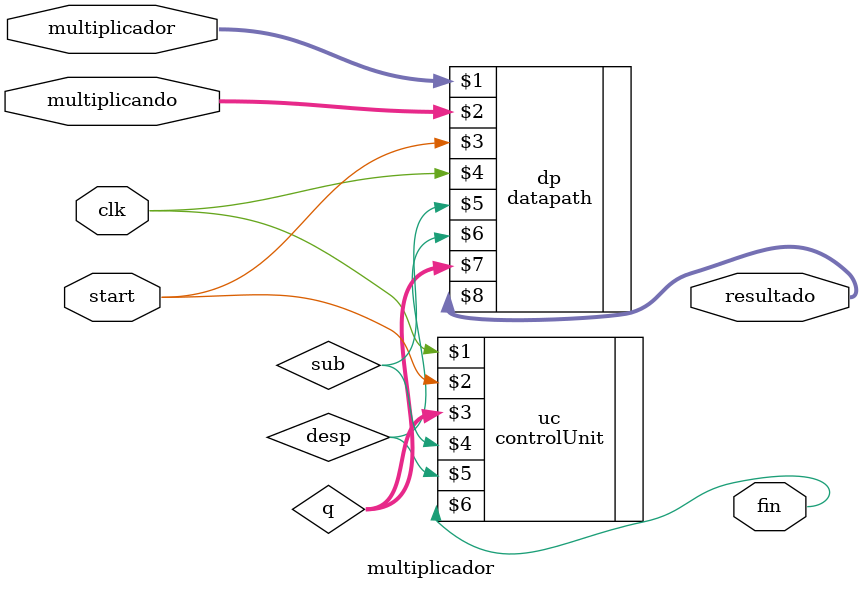
<source format=v>
`timescale 1 ns / 10 ps
module multiplicador (input wire [2:0] multiplicador, multiplicando, input wire clk, start, output wire [5:0] resultado, output wire fin);
  
  // Cables de interconexion
  wire sub, desp;
  wire [1:0] q;

  // Camino de datos
  // Le pasamos al camino de datos las señales de control proporcionadas por la unidad de control
  // También le pasamos el multiplicador, el multiplicando, y CLK
  datapath dp(multiplicador, multiplicando, start, clk, sub, desp, q, resultado);
  
  // La UC va a recibir el CLK y posiblemente la señal de start, asi como proporcionar la señal de FIN
  // Tambien recibira q0 y q-1 del camino de datos
  controlUnit uc(clk, start, q, sub, desp, fin);
  
endmodule

</source>
